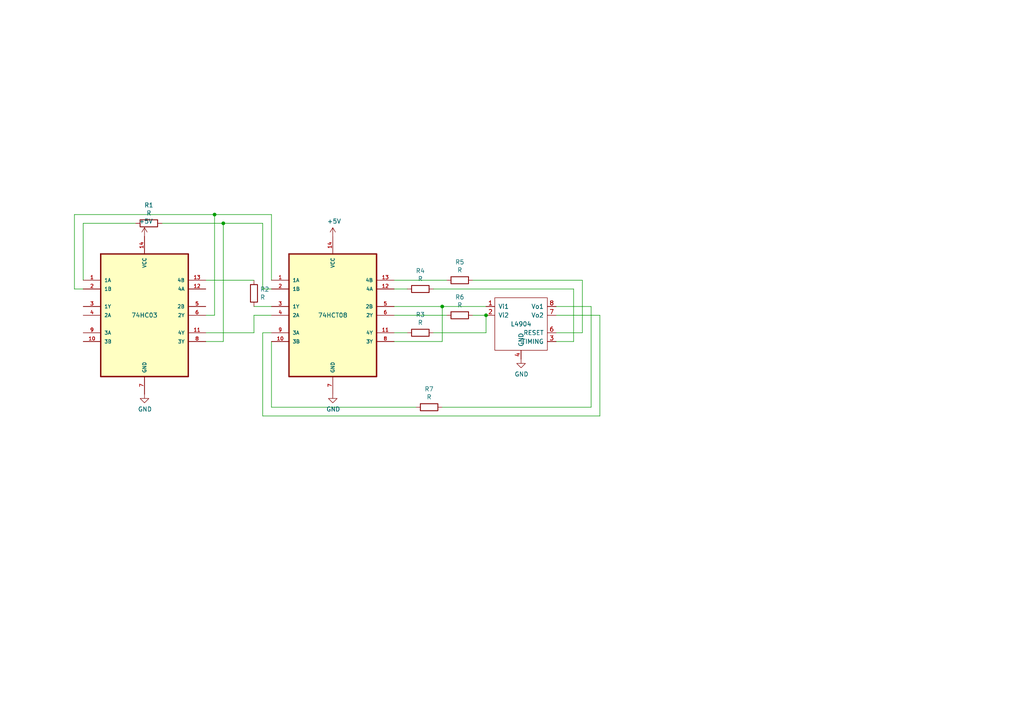
<source format=kicad_sch>
(kicad_sch (version 20211123) (generator eeschema)
  (paper "A4")
  (lib_symbols
    (symbol "Device:R" (pin_numbers hide) (pin_names (offset 0))
      (property "Reference" "R" (at 2.032 0 90))
      (property "Value" "R" (at 0 0 90))
      (symbol "R_0_1"
        (rectangle (start -1.016 -2.54) (end 1.016 2.54) (stroke (width 0.254)))
      )
      (symbol "R_1_1"
        (pin passive line (at 0 3.81 270) (length 1.27) (name "~") (number "1"))
        (pin passive line (at 0 -3.81 90) (length 1.27) (name "~") (number "2"))
      )
    )
    (symbol "bomba-robotabor-rescue:74HC03-74HCT107N-bomba-robotabor-rescue" (pin_names (offset 1.016))
      (property "Value" "74HC03-74HCT107N-bomba-robotabor-rescue" (at -12.7 -21.7678 0))
      (symbol "74HC03-74HCT107N-bomba-robotabor-rescue_0_0"
        (rectangle (start -12.7 -17.78) (end 12.7 17.78) (stroke (width 0.4064)) (fill (type background)))
        (pin bidirectional line (at -17.78 10.16 0) (length 5.08) (name "1A") (number "1"))
        (pin bidirectional line (at -17.78 -7.62 0) (length 5.08) (name "3B") (number "10"))
        (pin bidirectional line (at 17.78 -5.08 180) (length 5.08) (name "4Y") (number "11"))
        (pin bidirectional line (at 17.78 7.62 180) (length 5.08) (name "4A") (number "12"))
        (pin bidirectional line (at 17.78 10.16 180) (length 5.08) (name "4B") (number "13"))
        (pin power_in line (at 0 22.86 270) (length 5.08) (name "VCC") (number "14"))
        (pin bidirectional line (at -17.78 7.62 0) (length 5.08) (name "1B") (number "2"))
        (pin bidirectional line (at -17.78 2.54 0) (length 5.08) (name "1Y") (number "3"))
        (pin bidirectional line (at -17.78 0 0) (length 5.08) (name "2A") (number "4"))
        (pin bidirectional line (at 17.78 2.54 180) (length 5.08) (name "2B") (number "5"))
        (pin bidirectional line (at 17.78 0 180) (length 5.08) (name "2Y") (number "6"))
        (pin power_in line (at 0 -22.86 90) (length 5.08) (name "GND") (number "7"))
        (pin bidirectional line (at 17.78 -7.62 180) (length 5.08) (name "3Y") (number "8"))
        (pin bidirectional line (at -17.78 -5.08 0) (length 5.08) (name "3A") (number "9"))
      )
    )
    (symbol "bomba-robotabor-rescue:74HCT08-74HCT107N-bomba-robotabor-rescue" (pin_names (offset 1.016))
      (property "Value" "74HCT08-74HCT107N-bomba-robotabor-rescue" (at -12.7 -21.7678 0))
      (symbol "74HCT08-74HCT107N-bomba-robotabor-rescue_0_0"
        (rectangle (start -12.7 -17.78) (end 12.7 17.78) (stroke (width 0.4064)) (fill (type background)))
        (pin bidirectional line (at -17.78 10.16 0) (length 5.08) (name "1A") (number "1"))
        (pin bidirectional line (at -17.78 -7.62 0) (length 5.08) (name "3B") (number "10"))
        (pin bidirectional line (at 17.78 -5.08 180) (length 5.08) (name "4Y") (number "11"))
        (pin bidirectional line (at 17.78 7.62 180) (length 5.08) (name "4A") (number "12"))
        (pin bidirectional line (at 17.78 10.16 180) (length 5.08) (name "4B") (number "13"))
        (pin power_in line (at 0 22.86 270) (length 5.08) (name "VCC") (number "14"))
        (pin bidirectional line (at -17.78 7.62 0) (length 5.08) (name "1B") (number "2"))
        (pin bidirectional line (at -17.78 2.54 0) (length 5.08) (name "1Y") (number "3"))
        (pin bidirectional line (at -17.78 0 0) (length 5.08) (name "2A") (number "4"))
        (pin bidirectional line (at 17.78 2.54 180) (length 5.08) (name "2B") (number "5"))
        (pin bidirectional line (at 17.78 0 180) (length 5.08) (name "2Y") (number "6"))
        (pin power_in line (at 0 -22.86 90) (length 5.08) (name "GND") (number "7"))
        (pin bidirectional line (at 17.78 -7.62 180) (length 5.08) (name "3Y") (number "8"))
        (pin bidirectional line (at -17.78 -5.08 0) (length 5.08) (name "3A") (number "9"))
      )
    )
    (symbol "bomba-robotabor-rescue:L4904-l4904-bomba-robotabor-rescue" (pin_names (offset 1.016))
      (property "Value" "L4904-l4904-bomba-robotabor-rescue" (at 0 -7.62 0))
      (symbol "L4904-l4904-bomba-robotabor-rescue_0_1"
        (rectangle (start -7.62 -1.27) (end 7.62 -16.51))
      )
      (symbol "L4904-l4904-bomba-robotabor-rescue_1_1"
        (pin input line (at -10.16 -3.81 0) (length 2.54) (name "Vi1") (number "1"))
        (pin input line (at -10.16 -6.35 0) (length 2.54) (name "Vi2") (number "2"))
        (pin input line (at 10.16 -13.97 180) (length 2.54) (name "TIMING") (number "3"))
        (pin passive line (at 0 -19.05 90) (length 2.54) (name "GND") (number "4"))
        (pin output line (at 10.16 -11.43 180) (length 2.54) (name "RESET") (number "6"))
        (pin output line (at 10.16 -6.35 180) (length 2.54) (name "Vo2") (number "7"))
        (pin output line (at 10.16 -3.81 180) (length 2.54) (name "Vo1") (number "8"))
      )
    )
    (symbol "power:+5V" (power) (pin_names (offset 0))
      (property "Value" "+5V" (at 0 3.556 0))
      (symbol "+5V_0_1"
        (polyline (pts (xy -0.762 1.27) (xy 0 2.54)))
        (polyline (pts (xy 0 0) (xy 0 2.54)))
        (polyline (pts (xy 0 2.54) (xy 0.762 1.27)))
      )
      (symbol "+5V_1_1"
        (pin power_in line (at 0 0 90) (length 0) hide (name "+5V") (number "1"))
      )
    )
    (symbol "power:GND" (power) (pin_names (offset 0))
      (property "Value" "GND" (at 0 -3.81 0))
      (symbol "GND_0_1"
        (polyline (pts (xy 0 0) (xy 0 -1.27) (xy 1.27 -1.27) (xy 0 -2.54) (xy -1.27 -1.27) (xy 0 -1.27)))
      )
      (symbol "GND_1_1"
        (pin power_in line (at 0 0 270) (length 0) hide (name "GND") (number "1"))
      )
    )
  )
  (junction (at 64.77 64.77))
  (junction (at 128.27 88.9))
  (junction (at 62.23 62.23))
  (junction (at 140.97 91.44))
  (wire (pts (xy 64.77 64.77) (xy 76.2 64.77)))
  (wire (pts (xy 76.2 64.77) (xy 76.2 83.82)))
  (wire (pts (xy 128.27 88.9) (xy 140.97 88.9)))
  (wire (pts (xy 114.3 81.28) (xy 129.54 81.28)))
  (wire (pts (xy 114.3 99.06) (xy 128.27 99.06)))
  (wire (pts (xy 173.99 120.65) (xy 76.2 120.65)))
  (wire (pts (xy 171.45 88.9) (xy 171.45 118.11)))
  (wire (pts (xy 24.13 64.77) (xy 39.37 64.77)))
  (wire (pts (xy 46.99 64.77) (xy 64.77 64.77)))
  (wire (pts (xy 76.2 83.82) (xy 78.74 83.82)))
  (wire (pts (xy 140.97 91.44) (xy 140.97 96.52)))
  (wire (pts (xy 76.2 120.65) (xy 76.2 96.52)))
  (wire (pts (xy 59.69 81.28) (xy 73.66 81.28)))
  (wire (pts (xy 161.29 91.44) (xy 173.99 91.44)))
  (wire (pts (xy 173.99 91.44) (xy 173.99 120.65)))
  (wire (pts (xy 166.37 99.06) (xy 161.29 99.06)))
  (wire (pts (xy 171.45 118.11) (xy 128.27 118.11)))
  (wire (pts (xy 168.91 81.28) (xy 168.91 96.52)))
  (wire (pts (xy 125.73 83.82) (xy 166.37 83.82)))
  (wire (pts (xy 78.74 62.23) (xy 78.74 81.28)))
  (wire (pts (xy 129.54 91.44) (xy 114.3 91.44)))
  (wire (pts (xy 62.23 91.44) (xy 59.69 91.44)))
  (wire (pts (xy 78.74 118.11) (xy 78.74 99.06)))
  (wire (pts (xy 73.66 96.52) (xy 73.66 91.44)))
  (wire (pts (xy 73.66 91.44) (xy 78.74 91.44)))
  (wire (pts (xy 114.3 83.82) (xy 118.11 83.82)))
  (wire (pts (xy 168.91 81.28) (xy 137.16 81.28)))
  (wire (pts (xy 118.11 96.52) (xy 114.3 96.52)))
  (wire (pts (xy 73.66 88.9) (xy 78.74 88.9)))
  (wire (pts (xy 62.23 62.23) (xy 78.74 62.23)))
  (wire (pts (xy 24.13 83.82) (xy 21.59 83.82)))
  (wire (pts (xy 128.27 99.06) (xy 128.27 88.9)))
  (wire (pts (xy 62.23 62.23) (xy 62.23 91.44)))
  (wire (pts (xy 166.37 83.82) (xy 166.37 99.06)))
  (wire (pts (xy 161.29 96.52) (xy 168.91 96.52)))
  (wire (pts (xy 161.29 88.9) (xy 171.45 88.9)))
  (wire (pts (xy 64.77 64.77) (xy 64.77 99.06)))
  (wire (pts (xy 76.2 96.52) (xy 78.74 96.52)))
  (wire (pts (xy 21.59 62.23) (xy 21.59 83.82)))
  (wire (pts (xy 64.77 99.06) (xy 59.69 99.06)))
  (wire (pts (xy 24.13 64.77) (xy 24.13 81.28)))
  (wire (pts (xy 120.65 118.11) (xy 78.74 118.11)))
  (wire (pts (xy 140.97 91.44) (xy 137.16 91.44)))
  (wire (pts (xy 21.59 62.23) (xy 62.23 62.23)))
  (wire (pts (xy 114.3 88.9) (xy 128.27 88.9)))
  (wire (pts (xy 59.69 96.52) (xy 73.66 96.52)))
  (wire (pts (xy 140.97 96.52) (xy 125.73 96.52)))
  (symbol (lib_id "bomba-robotabor-rescue:L4904-l4904-bomba-robotabor-rescue") (at 151.13 85.09 0) (unit 1)
    (property "Reference" "U3" (effects hide))
    (property "Value" "L4904" (at 151.13 93.98 0))
    (property "Footprint" "Package_DIP:DIP-8_W7.62mm" (effects hide))
  )
  (symbol (lib_id "bomba-robotabor-rescue:74HC03-74HCT107N-bomba-robotabor-rescue") (at 41.91 91.44 0) (unit 1)
    (property "Reference" "U1" (effects hide))
    (property "Value" "74HC03" (at 41.91 91.44 0))
    (property "Footprint" "Package_DIP:DIP-14_W7.62mm" (effects hide))
    (property "Manufacturer" "NXP Semiconductors" (effects hide))
    (property "Package" "DIP254P762X508-14" (effects hide))
  )
  (symbol (lib_id "bomba-robotabor-rescue:74HCT08-74HCT107N-bomba-robotabor-rescue") (at 96.52 91.44 0) (unit 1)
    (property "Reference" "U2" (effects hide))
    (property "Value" "74HCT08" (at 96.52 91.44 0))
    (property "Footprint" "Package_DIP:DIP-14_W7.62mm" (effects hide))
    (property "Manufacturer" "NXP Semiconductors" (effects hide))
    (property "Package" "DIP254P762X508-14" (effects hide))
  )
  (symbol (lib_id "Device:R") (at 133.35 81.28 270) (unit 1)
    (property "Reference" "R5" (at 133.35 76.0222 90))
    (property "Value" "R" (at 133.35 78.3336 90))
    (property "Footprint" "Resistor_THT:R_Axial_DIN0207_L6.3mm_D2.5mm_P10.16mm_Horizontal" (effects hide))
  )
  (symbol (lib_id "Device:R") (at 73.66 85.09 0) (unit 1)
    (property "Reference" "R2" (at 75.438 83.9216 0) (effects (justify left)))
    (property "Value" "R" (at 75.438 86.233 0) (effects (justify left)))
    (property "Footprint" "Resistor_THT:R_Axial_DIN0207_L6.3mm_D2.5mm_P10.16mm_Horizontal" (effects hide))
  )
  (symbol (lib_id "Device:R") (at 124.46 118.11 270) (unit 1)
    (property "Reference" "R7" (at 124.46 112.8522 90))
    (property "Value" "R" (at 124.46 115.1636 90))
    (property "Footprint" "Resistor_THT:R_Axial_DIN0207_L6.3mm_D2.5mm_P10.16mm_Horizontal" (effects hide))
  )
  (symbol (lib_id "Device:R") (at 43.18 64.77 270) (unit 1)
    (property "Reference" "R1" (at 43.18 59.5122 90))
    (property "Value" "R" (at 43.18 61.8236 90))
    (property "Footprint" "Resistor_THT:R_Axial_DIN0207_L6.3mm_D2.5mm_P10.16mm_Horizontal" (effects hide))
  )
  (symbol (lib_id "Device:R") (at 121.92 83.82 270) (unit 1)
    (property "Reference" "R4" (at 121.92 78.5622 90))
    (property "Value" "R" (at 121.92 80.8736 90))
    (property "Footprint" "Resistor_THT:R_Axial_DIN0207_L6.3mm_D2.5mm_P10.16mm_Horizontal" (effects hide))
  )
  (symbol (lib_id "Device:R") (at 121.92 96.52 270) (unit 1)
    (property "Reference" "R3" (at 121.92 91.2622 90))
    (property "Value" "R" (at 121.92 93.5736 90))
    (property "Footprint" "Resistor_THT:R_Axial_DIN0207_L6.3mm_D2.5mm_P10.16mm_Horizontal" (effects hide))
  )
  (symbol (lib_id "Device:R") (at 133.35 91.44 270) (unit 1)
    (property "Reference" "R6" (at 133.35 86.1822 90))
    (property "Value" "R" (at 133.35 88.4936 90))
    (property "Footprint" "Resistor_THT:R_Axial_DIN0207_L6.3mm_D2.5mm_P10.16mm_Horizontal" (effects hide))
  )
  (symbol (lib_id "power:GND") (at 41.91 114.3 0) (unit 1)
    (property "Reference" "#PWR0101" (effects hide))
    (property "Value" "GND" (at 42.037 118.6942 0))
  )
  (symbol (lib_id "power:GND") (at 151.13 104.14 0) (unit 1)
    (property "Reference" "#PWR0102" (effects hide))
    (property "Value" "GND" (at 151.257 108.5342 0))
  )
  (symbol (lib_id "power:GND") (at 96.52 114.3 0) (unit 1)
    (property "Reference" "#PWR0103" (effects hide))
    (property "Value" "GND" (at 96.647 118.6942 0))
  )
  (symbol (lib_id "power:+5V") (at 96.52 68.58 0) (unit 1)
    (property "Reference" "#PWR0104" (effects hide))
    (property "Value" "+5V" (at 96.901 64.1858 0))
  )
  (symbol (lib_id "power:+5V") (at 41.91 68.58 0) (unit 1)
    (property "Reference" "#PWR0105" (effects hide))
    (property "Value" "+5V" (at 42.291 64.1858 0))
  )
)
</source>
